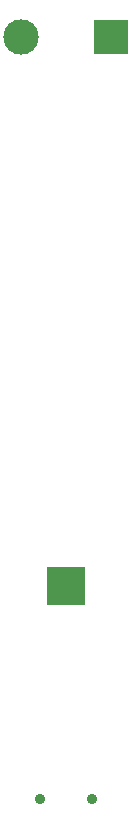
<source format=gbs>
G04 (created by PCBNEW (2013-mar-13)-testing) date Tue 11 Jun 2013 07:31:46 PM NZST*
%MOIN*%
G04 Gerber Fmt 3.4, Leading zero omitted, Abs format*
%FSLAX34Y34*%
G01*
G70*
G90*
G04 APERTURE LIST*
%ADD10C,0.005906*%
%ADD11R,0.125984X0.125984*%
%ADD12C,0.035400*%
%ADD13R,0.118100X0.118100*%
%ADD14C,0.118100*%
G04 APERTURE END LIST*
G54D10*
G54D11*
X31496Y-39960D03*
G54D12*
X32362Y-47047D03*
X30630Y-47047D03*
G54D13*
X32992Y-21653D03*
G54D14*
X30000Y-21653D03*
M02*

</source>
